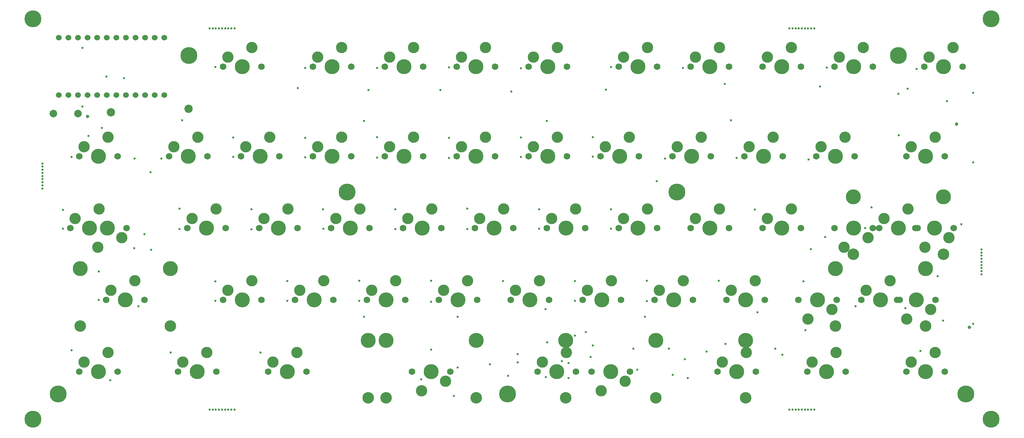
<source format=gts>
G04 #@! TF.GenerationSoftware,KiCad,Pcbnew,(5.1.9-0-10_14)*
G04 #@! TF.CreationDate,2021-12-01T15:49:55+09:00*
G04 #@! TF.ProjectId,reviung53,72657669-756e-4673-9533-2e6b69636164,1*
G04 #@! TF.SameCoordinates,PX1c9c380PY1c9c380*
G04 #@! TF.FileFunction,Soldermask,Top*
G04 #@! TF.FilePolarity,Negative*
%FSLAX46Y46*%
G04 Gerber Fmt 4.6, Leading zero omitted, Abs format (unit mm)*
G04 Created by KiCad (PCBNEW (5.1.9-0-10_14)) date 2021-12-01 15:49:55*
%MOMM*%
%LPD*%
G01*
G04 APERTURE LIST*
%ADD10C,4.500000*%
%ADD11C,2.200000*%
%ADD12C,3.000000*%
%ADD13C,3.987800*%
%ADD14C,1.750000*%
%ADD15C,3.048000*%
%ADD16C,0.600000*%
%ADD17C,1.524000*%
%ADD18C,2.000000*%
%ADD19C,0.900000*%
G04 APERTURE END LIST*
D10*
X80130000Y-42880000D03*
X3590000Y-96420000D03*
X244030000Y-96420000D03*
X226200000Y-6600000D03*
X38180000Y-6600000D03*
D11*
X17540000Y-21690000D03*
D10*
X122590000Y-96420000D03*
X167500000Y-42870000D03*
D12*
X99816250Y-95592500D03*
D13*
X102356250Y-90512500D03*
D12*
X106166250Y-93052500D03*
D14*
X107436250Y-90512500D03*
X97276250Y-90512500D03*
D15*
X90418250Y-97497500D03*
X114294250Y-97497500D03*
D13*
X90418250Y-82257500D03*
X114294250Y-82257500D03*
D16*
X248190000Y-64700000D03*
X248200000Y-58100000D03*
X248200000Y-63875000D03*
X248200000Y-61400000D03*
X248200000Y-60575000D03*
X248200000Y-59750000D03*
X248200000Y-58925000D03*
X248200000Y-62225000D03*
X248200000Y-63050000D03*
X-590000Y-35300000D03*
X-600000Y-41900000D03*
X-600000Y-36125000D03*
X-600000Y-38600000D03*
X-600000Y-39425000D03*
X-600000Y-40250000D03*
X-600000Y-41075000D03*
X-600000Y-37775000D03*
X-600000Y-36950000D03*
X50300000Y-100610000D03*
X43700000Y-100600000D03*
X49475000Y-100600000D03*
X47000000Y-100600000D03*
X46175000Y-100600000D03*
X45350000Y-100600000D03*
X44525000Y-100600000D03*
X47825000Y-100600000D03*
X48650000Y-100600000D03*
X203900000Y-100610000D03*
X197300000Y-100600000D03*
X203075000Y-100600000D03*
X200600000Y-100600000D03*
X199775000Y-100600000D03*
X198950000Y-100600000D03*
X198125000Y-100600000D03*
X201425000Y-100600000D03*
X202250000Y-100600000D03*
X203900000Y590000D03*
X197300000Y600000D03*
X203075000Y600000D03*
X200600000Y600000D03*
X199775000Y600000D03*
X198950000Y600000D03*
X198125000Y600000D03*
X201425000Y600000D03*
X202250000Y600000D03*
X50300000Y590000D03*
X43700000Y600000D03*
X49475000Y600000D03*
X47000000Y600000D03*
X46175000Y600000D03*
X45350000Y600000D03*
X44525000Y600000D03*
X47825000Y600000D03*
X48650000Y600000D03*
D12*
X112040000Y-66382500D03*
D13*
X109500000Y-71462500D03*
D12*
X105690000Y-68922500D03*
D14*
X104420000Y-71462500D03*
X114580000Y-71462500D03*
D10*
X250720000Y3080000D03*
X250730000Y-103120000D03*
X-3120000Y-103120000D03*
X-3120000Y3080000D03*
D11*
X38160000Y-20720000D03*
D17*
X3712000Y-17118600D03*
X6252000Y-17118600D03*
X8792000Y-17118600D03*
X11332000Y-17118600D03*
X13872000Y-17118600D03*
X16412000Y-17118600D03*
X18952000Y-17118600D03*
X21492000Y-17118600D03*
X24032000Y-17118600D03*
X26572000Y-17118600D03*
X29112000Y-17118600D03*
X31652000Y-17118600D03*
X31652000Y-1898600D03*
X29112000Y-1898600D03*
X26572000Y-1898600D03*
X24032000Y-1898600D03*
X21492000Y-1898600D03*
X18952000Y-1898600D03*
X16412000Y-1898600D03*
X13872000Y-1898600D03*
X11332000Y-1898600D03*
X8792000Y-1898600D03*
X6252000Y-1898600D03*
X3712000Y-1898600D03*
D18*
X2350000Y-22000000D03*
X8850000Y-22000000D03*
D12*
X54890000Y-4470000D03*
D13*
X52350000Y-9550000D03*
D12*
X48540000Y-7010000D03*
D14*
X47270000Y-9550000D03*
X57430000Y-9550000D03*
D12*
X78702500Y-4470000D03*
D13*
X76162500Y-9550000D03*
D12*
X72352500Y-7010000D03*
D14*
X71082500Y-9550000D03*
X81242500Y-9550000D03*
D12*
X97752500Y-4470000D03*
D13*
X95212500Y-9550000D03*
D12*
X91402500Y-7010000D03*
D14*
X90132500Y-9550000D03*
X100292500Y-9550000D03*
D12*
X116802500Y-4470000D03*
D13*
X114262500Y-9550000D03*
D12*
X110452500Y-7010000D03*
D14*
X109182500Y-9550000D03*
X119342500Y-9550000D03*
D12*
X135852500Y-4470000D03*
D13*
X133312500Y-9550000D03*
D12*
X129502500Y-7010000D03*
D14*
X128232500Y-9550000D03*
X138392500Y-9550000D03*
D12*
X159665000Y-4470000D03*
D13*
X157125000Y-9550000D03*
D12*
X153315000Y-7010000D03*
D14*
X152045000Y-9550000D03*
X162205000Y-9550000D03*
D12*
X16790000Y-28282500D03*
D13*
X14250000Y-33362500D03*
D12*
X10440000Y-30822500D03*
D14*
X9170000Y-33362500D03*
X19330000Y-33362500D03*
D12*
X40602500Y-28282500D03*
D13*
X38062500Y-33362500D03*
D12*
X34252500Y-30822500D03*
D14*
X32982500Y-33362500D03*
X43142500Y-33362500D03*
D12*
X59652500Y-28282500D03*
D13*
X57112500Y-33362500D03*
D12*
X53302500Y-30822500D03*
D14*
X52032500Y-33362500D03*
X62192500Y-33362500D03*
D12*
X78702500Y-28282500D03*
D13*
X76162500Y-33362500D03*
D12*
X72352500Y-30822500D03*
D14*
X71082500Y-33362500D03*
X81242500Y-33362500D03*
D12*
X97752500Y-28282500D03*
D13*
X95212500Y-33362500D03*
D12*
X91402500Y-30822500D03*
D14*
X90132500Y-33362500D03*
X100292500Y-33362500D03*
D12*
X116802500Y-28282500D03*
D13*
X114262500Y-33362500D03*
D12*
X110452500Y-30822500D03*
D14*
X109182500Y-33362500D03*
X119342500Y-33362500D03*
D12*
X135852500Y-28282500D03*
D13*
X133312500Y-33362500D03*
D12*
X129502500Y-30822500D03*
D14*
X128232500Y-33362500D03*
X138392500Y-33362500D03*
D12*
X154902500Y-28282500D03*
D13*
X152362500Y-33362500D03*
D12*
X148552500Y-30822500D03*
D14*
X147282500Y-33362500D03*
X157442500Y-33362500D03*
D12*
X14091250Y-57492500D03*
D13*
X16631250Y-52412500D03*
D12*
X20441250Y-54952500D03*
D14*
X21711250Y-52412500D03*
X11551250Y-52412500D03*
D12*
X45365000Y-47332500D03*
D13*
X42825000Y-52412500D03*
D12*
X39015000Y-49872500D03*
D14*
X37745000Y-52412500D03*
X47905000Y-52412500D03*
D12*
X64415000Y-47332500D03*
D13*
X61875000Y-52412500D03*
D12*
X58065000Y-49872500D03*
D14*
X56795000Y-52412500D03*
X66955000Y-52412500D03*
D12*
X83465000Y-47332500D03*
D13*
X80925000Y-52412500D03*
D12*
X77115000Y-49872500D03*
D14*
X75845000Y-52412500D03*
X86005000Y-52412500D03*
D12*
X102515000Y-47332500D03*
D13*
X99975000Y-52412500D03*
D12*
X96165000Y-49872500D03*
D14*
X94895000Y-52412500D03*
X105055000Y-52412500D03*
D12*
X121565000Y-47332500D03*
D13*
X119025000Y-52412500D03*
D12*
X115215000Y-49872500D03*
D14*
X113945000Y-52412500D03*
X124105000Y-52412500D03*
D12*
X140615000Y-47332500D03*
D13*
X138075000Y-52412500D03*
D12*
X134265000Y-49872500D03*
D14*
X132995000Y-52412500D03*
X143155000Y-52412500D03*
D12*
X159665000Y-47332500D03*
D13*
X157125000Y-52412500D03*
D12*
X153315000Y-49872500D03*
D14*
X152045000Y-52412500D03*
X162205000Y-52412500D03*
D12*
X23933750Y-66382500D03*
D13*
X21393750Y-71462500D03*
D12*
X17583750Y-68922500D03*
D14*
X16313750Y-71462500D03*
X26473750Y-71462500D03*
D15*
X33331750Y-78447500D03*
X9455750Y-78447500D03*
D13*
X33331750Y-63207500D03*
X9455750Y-63207500D03*
D12*
X54890000Y-66382500D03*
D13*
X52350000Y-71462500D03*
D12*
X48540000Y-68922500D03*
D14*
X47270000Y-71462500D03*
X57430000Y-71462500D03*
D12*
X73940000Y-66382500D03*
D13*
X71400000Y-71462500D03*
D12*
X67590000Y-68922500D03*
D14*
X66320000Y-71462500D03*
X76480000Y-71462500D03*
D12*
X92990000Y-66382500D03*
D13*
X90450000Y-71462500D03*
D12*
X86640000Y-68922500D03*
D14*
X85370000Y-71462500D03*
X95530000Y-71462500D03*
D12*
X131090000Y-66382500D03*
D13*
X128550000Y-71462500D03*
D12*
X124740000Y-68922500D03*
D14*
X123470000Y-71462500D03*
X133630000Y-71462500D03*
D12*
X150140000Y-66382500D03*
D13*
X147600000Y-71462500D03*
D12*
X143790000Y-68922500D03*
D14*
X142520000Y-71462500D03*
X152680000Y-71462500D03*
D12*
X169190000Y-66382500D03*
D13*
X166650000Y-71462500D03*
D12*
X162840000Y-68922500D03*
D14*
X161570000Y-71462500D03*
X171730000Y-71462500D03*
D12*
X178715000Y-4470000D03*
D13*
X176175000Y-9550000D03*
D12*
X172365000Y-7010000D03*
D14*
X171095000Y-9550000D03*
X181255000Y-9550000D03*
D12*
X197765000Y-4470000D03*
D13*
X195225000Y-9550000D03*
D12*
X191415000Y-7010000D03*
D14*
X190145000Y-9550000D03*
X200305000Y-9550000D03*
D12*
X216815000Y-4470000D03*
D13*
X214275000Y-9550000D03*
D12*
X210465000Y-7010000D03*
D14*
X209195000Y-9550000D03*
X219355000Y-9550000D03*
D12*
X240627500Y-4470000D03*
D13*
X238087500Y-9550000D03*
D12*
X234277500Y-7010000D03*
D14*
X233007500Y-9550000D03*
X243167500Y-9550000D03*
D12*
X173952500Y-28282500D03*
D13*
X171412500Y-33362500D03*
D12*
X167602500Y-30822500D03*
D14*
X166332500Y-33362500D03*
X176492500Y-33362500D03*
D12*
X193002500Y-28282500D03*
D13*
X190462500Y-33362500D03*
D12*
X186652500Y-30822500D03*
D14*
X185382500Y-33362500D03*
X195542500Y-33362500D03*
D12*
X212052500Y-28282500D03*
D13*
X209512500Y-33362500D03*
D12*
X205702500Y-30822500D03*
D14*
X204432500Y-33362500D03*
X214592500Y-33362500D03*
D12*
X235865000Y-28282500D03*
D13*
X233325000Y-33362500D03*
D12*
X229515000Y-30822500D03*
D14*
X228245000Y-33362500D03*
X238405000Y-33362500D03*
D12*
X178715000Y-47332500D03*
D13*
X176175000Y-52412500D03*
D12*
X172365000Y-49872500D03*
D14*
X171095000Y-52412500D03*
X181255000Y-52412500D03*
D12*
X197765000Y-47332500D03*
D13*
X195225000Y-52412500D03*
D12*
X191415000Y-49872500D03*
D14*
X190145000Y-52412500D03*
X200305000Y-52412500D03*
D12*
X211735000Y-57492500D03*
D13*
X214275000Y-52412500D03*
D12*
X218085000Y-54952500D03*
D14*
X219355000Y-52412500D03*
X209195000Y-52412500D03*
D12*
X228721250Y-47332500D03*
D13*
X226181250Y-52412500D03*
D12*
X222371250Y-49872500D03*
D14*
X221101250Y-52412500D03*
X231261250Y-52412500D03*
D15*
X238119250Y-59397500D03*
X214243250Y-59397500D03*
D13*
X238119250Y-44157500D03*
X214243250Y-44157500D03*
D12*
X233166250Y-57492500D03*
D13*
X235706250Y-52412500D03*
D12*
X239516250Y-54952500D03*
D14*
X240786250Y-52412500D03*
X230626250Y-52412500D03*
D12*
X138233750Y-85432500D03*
D13*
X135693750Y-90512500D03*
D12*
X131883750Y-87972500D03*
D14*
X130613750Y-90512500D03*
X140773750Y-90512500D03*
D15*
X185693650Y-97497500D03*
X85693850Y-97497500D03*
D13*
X185693650Y-82257500D03*
X85693850Y-82257500D03*
D12*
X147441250Y-95592500D03*
D13*
X149981250Y-90512500D03*
D12*
X153791250Y-93052500D03*
D14*
X155061250Y-90512500D03*
X144901250Y-90512500D03*
D15*
X138043250Y-97497500D03*
X161919250Y-97497500D03*
D13*
X138043250Y-82257500D03*
X161919250Y-82257500D03*
D12*
X188240000Y-66382500D03*
D13*
X185700000Y-71462500D03*
D12*
X181890000Y-68922500D03*
D14*
X180620000Y-71462500D03*
X190780000Y-71462500D03*
D12*
X202210000Y-76542500D03*
D13*
X204750000Y-71462500D03*
D12*
X208560000Y-74002500D03*
D14*
X209830000Y-71462500D03*
X199670000Y-71462500D03*
D12*
X228403750Y-76542500D03*
D13*
X230943750Y-71462500D03*
D12*
X234753750Y-74002500D03*
D14*
X236023750Y-71462500D03*
X225863750Y-71462500D03*
D12*
X16790000Y-85432500D03*
D13*
X14250000Y-90512500D03*
D12*
X10440000Y-87972500D03*
D14*
X9170000Y-90512500D03*
X19330000Y-90512500D03*
D12*
X42983750Y-85432500D03*
D13*
X40443750Y-90512500D03*
D12*
X36633750Y-87972500D03*
D14*
X35363750Y-90512500D03*
X45523750Y-90512500D03*
D12*
X66796250Y-85432500D03*
D13*
X64256250Y-90512500D03*
D12*
X60446250Y-87972500D03*
D14*
X59176250Y-90512500D03*
X69336250Y-90512500D03*
D12*
X185858750Y-85432500D03*
D13*
X183318750Y-90512500D03*
D12*
X179508750Y-87972500D03*
D14*
X178238750Y-90512500D03*
X188398750Y-90512500D03*
D12*
X209671250Y-85432500D03*
D13*
X207131250Y-90512500D03*
D12*
X203321250Y-87972500D03*
D14*
X202051250Y-90512500D03*
X212211250Y-90512500D03*
D12*
X235865000Y-85432500D03*
D13*
X233325000Y-90512500D03*
D12*
X229515000Y-87972500D03*
D14*
X228245000Y-90512500D03*
X238405000Y-90512500D03*
D12*
X223958750Y-66382500D03*
D13*
X221418750Y-71462500D03*
D12*
X217608750Y-68922500D03*
D14*
X216338750Y-71462500D03*
X226498750Y-71462500D03*
D15*
X233356750Y-78447500D03*
X209480750Y-78447500D03*
D13*
X233356750Y-63207500D03*
X209480750Y-63207500D03*
D14*
X16948750Y-52412500D03*
X6788750Y-52412500D03*
D12*
X8058750Y-49872500D03*
D13*
X11868750Y-52412500D03*
D12*
X14408750Y-47332500D03*
D16*
X169600000Y-87200000D03*
X16400000Y-12200000D03*
X23800000Y-34000000D03*
X26400000Y-54000000D03*
X24800000Y-73200000D03*
X245950000Y-16550000D03*
X28025001Y-37625001D03*
X246000000Y-35000000D03*
X28200000Y-58200000D03*
X203000000Y-58000000D03*
X201000000Y-66600000D03*
X236575000Y-65225000D03*
X228000000Y-73638000D03*
X17400000Y-92800000D03*
X138800000Y-88200000D03*
X138800000Y-92200000D03*
X125350000Y-85900000D03*
X125350000Y-88050000D03*
X133160000Y-82710000D03*
X132800000Y-92000000D03*
X156000000Y-84400000D03*
X144600000Y-86600000D03*
X143400000Y-80000000D03*
X165400000Y-84400000D03*
X170400000Y-92200000D03*
X193600000Y-84400000D03*
X175400000Y-85200000D03*
X214800000Y-73200000D03*
X217400000Y-52400000D03*
X206800000Y-54800000D03*
X181800000Y-23800000D03*
X133000000Y-24000000D03*
X84600000Y-24000000D03*
X108400000Y-97000000D03*
X99800000Y-92600000D03*
X122800000Y-91600000D03*
X118000000Y-88600000D03*
X36400000Y-23800000D03*
X201500000Y-79500000D03*
X140500000Y-81000000D03*
X150065000Y-9665000D03*
X145265000Y-28335000D03*
X145265000Y-33465000D03*
X150015000Y-47415000D03*
X150015000Y-52585000D03*
X159565000Y-66435000D03*
X159565000Y-71835000D03*
X166400000Y-91400000D03*
X226215000Y-27815000D03*
X226200000Y-16800000D03*
X148700000Y-15700000D03*
D19*
X11400000Y-22800000D03*
X245000000Y-78800000D03*
X241599999Y-24800001D03*
D16*
X10000000Y-20200000D03*
X10000000Y-4600000D03*
X246000000Y-77800000D03*
X239000000Y-18750000D03*
X57165000Y-85435000D03*
X64315000Y-71715000D03*
X64315000Y-66485000D03*
X54765000Y-52765000D03*
X54765000Y-47435000D03*
X50015000Y-33585000D03*
X50015000Y-28415000D03*
X45265000Y-9665000D03*
X21000000Y-12600000D03*
X207215000Y-9815000D03*
X205400000Y-14800000D03*
X219065000Y-46935000D03*
X69065000Y-9935000D03*
X83365000Y-71765000D03*
X83365000Y-66435000D03*
X73815000Y-52585000D03*
X73800000Y-47400000D03*
X69065000Y-33665000D03*
X69065000Y-28465000D03*
X231015000Y-10185000D03*
X228600000Y-15400000D03*
X67100000Y-15300000D03*
X242835000Y-51435000D03*
X109400000Y-89400000D03*
X109400000Y-76000000D03*
X84600000Y-76000000D03*
X102415000Y-66415000D03*
X92865000Y-52665000D03*
X92865000Y-47465000D03*
X88115000Y-33715000D03*
X88115000Y-28315000D03*
X88115000Y-9915000D03*
X102415000Y-71985000D03*
X157035000Y-90035000D03*
X159000000Y-76000000D03*
X178615000Y-66415000D03*
X164365000Y-33965000D03*
X85800000Y-15800000D03*
X102415000Y-84665000D03*
X121465000Y-66465000D03*
X111915000Y-52715000D03*
X111915000Y-47285000D03*
X107165000Y-33765000D03*
X107165000Y-28435000D03*
X107165000Y-9765000D03*
X132700000Y-73900000D03*
X183365000Y-33765000D03*
X104800000Y-15800000D03*
X180400000Y-83200000D03*
X188800000Y-74800000D03*
X136975000Y-87775000D03*
X126215000Y-9985000D03*
X126215000Y-28415000D03*
X126215000Y-33585000D03*
X130965000Y-47435000D03*
X130965000Y-52565000D03*
X140515000Y-66485000D03*
X140515000Y-71715000D03*
X123600000Y-16200000D03*
X145200000Y-83600000D03*
X238035000Y-76965000D03*
X232000000Y-85000000D03*
X202415000Y-34185000D03*
X195400000Y-86000000D03*
X7165000Y-33565000D03*
X14315000Y-71485000D03*
X7135000Y-84865000D03*
X14315000Y-63915000D03*
X23735000Y-57735000D03*
X169115000Y-9915000D03*
X162200000Y-40000000D03*
X11600000Y-28000000D03*
X4835000Y-47635000D03*
X4835000Y-52565000D03*
X33365000Y-85435000D03*
X45265000Y-71735000D03*
X45265000Y-66535000D03*
X35715000Y-52715000D03*
X35715000Y-47285000D03*
X30965000Y-33965000D03*
X188115000Y-47485000D03*
X180200000Y-14200000D03*
X15200000Y-25800000D03*
M02*

</source>
